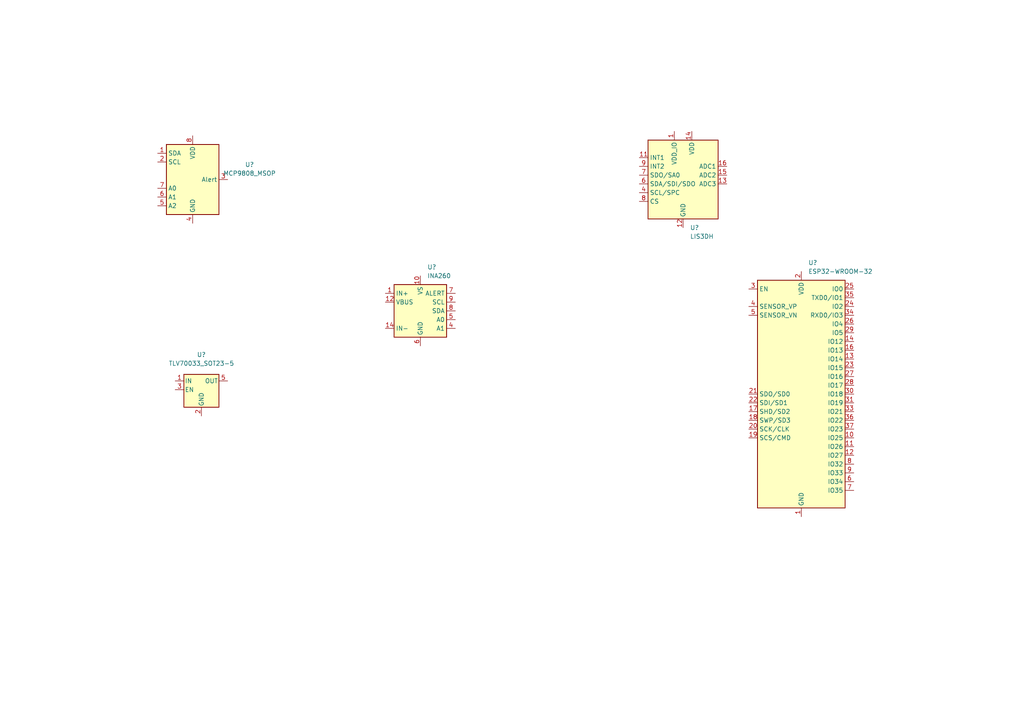
<source format=kicad_sch>
(kicad_sch (version 20211123) (generator eeschema)
  (paper "A4")
  (title_block (title "\"Add-On\" Sensor / Communication Board") (date "2022-03-13") (rev "v02") (comment 1 "2021-2022") (comment 2 "Senior Design Project") (comment 3 "UMass Electrical and Computer Engineering") (comment 4 "Author: Sam DuBois and Andres Gutierrez"))
  (lib_symbols
    (symbol "RF_Module:ESP32-WROOM-32"
      (property "Reference" "U" (at -12.7 34.29 0))
      (property "Value" "ESP32-WROOM-32" (at 1.27 34.29 0))
      (symbol "ESP32-WROOM-32_0_1"
        (rectangle (start -12.7 33.02) (end 12.7 -33.02) (stroke (width 0.254)) (fill (type background)))
      )
      (symbol "ESP32-WROOM-32_1_1"
        (pin power_in line (at 0 -35.56 90) (length 2.54) (name "GND") (number "1"))
        (pin bidirectional line (at 15.24 -12.7 180) (length 2.54) (name "IO25") (number "10"))
        (pin bidirectional line (at 15.24 -15.24 180) (length 2.54) (name "IO26") (number "11"))
        (pin bidirectional line (at 15.24 -17.78 180) (length 2.54) (name "IO27") (number "12"))
        (pin bidirectional line (at 15.24 10.16 180) (length 2.54) (name "IO14") (number "13"))
        (pin bidirectional line (at 15.24 15.24 180) (length 2.54) (name "IO12") (number "14"))
        (pin passive line (at 0 -35.56 90) (length 2.54) hide (name "GND") (number "15"))
        (pin bidirectional line (at 15.24 12.7 180) (length 2.54) (name "IO13") (number "16"))
        (pin bidirectional line (at -15.24 -5.08 0) (length 2.54) (name "SHD/SD2") (number "17"))
        (pin bidirectional line (at -15.24 -7.62 0) (length 2.54) (name "SWP/SD3") (number "18"))
        (pin bidirectional line (at -15.24 -12.7 0) (length 2.54) (name "SCS/CMD") (number "19"))
        (pin power_in line (at 0 35.56 270) (length 2.54) (name "VDD") (number "2"))
        (pin bidirectional line (at -15.24 -10.16 0) (length 2.54) (name "SCK/CLK") (number "20"))
        (pin bidirectional line (at -15.24 0 0) (length 2.54) (name "SDO/SD0") (number "21"))
        (pin bidirectional line (at -15.24 -2.54 0) (length 2.54) (name "SDI/SD1") (number "22"))
        (pin bidirectional line (at 15.24 7.62 180) (length 2.54) (name "IO15") (number "23"))
        (pin bidirectional line (at 15.24 25.4 180) (length 2.54) (name "IO2") (number "24"))
        (pin bidirectional line (at 15.24 30.48 180) (length 2.54) (name "IO0") (number "25"))
        (pin bidirectional line (at 15.24 20.32 180) (length 2.54) (name "IO4") (number "26"))
        (pin bidirectional line (at 15.24 5.08 180) (length 2.54) (name "IO16") (number "27"))
        (pin bidirectional line (at 15.24 2.54 180) (length 2.54) (name "IO17") (number "28"))
        (pin bidirectional line (at 15.24 17.78 180) (length 2.54) (name "IO5") (number "29"))
        (pin input line (at -15.24 30.48 0) (length 2.54) (name "EN") (number "3"))
        (pin bidirectional line (at 15.24 0 180) (length 2.54) (name "IO18") (number "30"))
        (pin bidirectional line (at 15.24 -2.54 180) (length 2.54) (name "IO19") (number "31"))
        (pin no_connect line (at -12.7 -27.94 0) (length 2.54) hide (name "NC") (number "32"))
        (pin bidirectional line (at 15.24 -5.08 180) (length 2.54) (name "IO21") (number "33"))
        (pin bidirectional line (at 15.24 22.86 180) (length 2.54) (name "RXD0/IO3") (number "34"))
        (pin bidirectional line (at 15.24 27.94 180) (length 2.54) (name "TXD0/IO1") (number "35"))
        (pin bidirectional line (at 15.24 -7.62 180) (length 2.54) (name "IO22") (number "36"))
        (pin bidirectional line (at 15.24 -10.16 180) (length 2.54) (name "IO23") (number "37"))
        (pin passive line (at 0 -35.56 90) (length 2.54) hide (name "GND") (number "38"))
        (pin passive line (at 0 -35.56 90) (length 2.54) hide (name "GND") (number "39"))
        (pin input line (at -15.24 25.4 0) (length 2.54) (name "SENSOR_VP") (number "4"))
        (pin input line (at -15.24 22.86 0) (length 2.54) (name "SENSOR_VN") (number "5"))
        (pin input line (at 15.24 -25.4 180) (length 2.54) (name "IO34") (number "6"))
        (pin input line (at 15.24 -27.94 180) (length 2.54) (name "IO35") (number "7"))
        (pin bidirectional line (at 15.24 -20.32 180) (length 2.54) (name "IO32") (number "8"))
        (pin bidirectional line (at 15.24 -22.86 180) (length 2.54) (name "IO33") (number "9"))
      )
    )
    (symbol "Regulator_Linear:TLV70033_SOT23-5" (pin_names (offset 0.254))
      (property "Reference" "U" (at -3.81 5.715 0))
      (property "Value" "TLV70033_SOT23-5" (at 0 5.715 0))
      (symbol "TLV70033_SOT23-5_0_1"
        (rectangle (start -5.08 4.445) (end 5.08 -5.08) (stroke (width 0.254)) (fill (type background)))
      )
      (symbol "TLV70033_SOT23-5_1_1"
        (pin power_in line (at -7.62 2.54 0) (length 2.54) (name "IN") (number "1"))
        (pin power_in line (at 0 -7.62 90) (length 2.54) (name "GND") (number "2"))
        (pin input line (at -7.62 0 0) (length 2.54) (name "EN") (number "3"))
        (pin no_connect line (at 5.08 0 180) (length 2.54) hide (name "NC") (number "4"))
        (pin power_out line (at 7.62 2.54 180) (length 2.54) (name "OUT") (number "5"))
      )
    )
    (symbol "Sensor:INA260"
      (property "Reference" "U" (at -6.35 8.89 0))
      (property "Value" "INA260" (at 2.54 8.89 0))
      (symbol "INA260_0_1"
        (rectangle (start -7.62 7.62) (end 7.62 -7.62) (stroke (width 0.254)) (fill (type background)))
      )
      (symbol "INA260_1_1"
        (pin passive line (at -10.16 5.08 0) (length 2.54) (name "IN+") (number "1"))
        (pin power_in line (at 0 10.16 270) (length 2.54) (name "VS") (number "10"))
        (pin passive line (at 0 -10.16 90) (length 2.54) hide (name "GND") (number "11"))
        (pin passive line (at -10.16 2.54 0) (length 2.54) (name "VBUS") (number "12"))
        (pin no_connect line (at 2.54 -7.62 90) (length 2.54) hide (name "NC") (number "13"))
        (pin passive line (at -10.16 -5.08 0) (length 2.54) (name "IN-") (number "14"))
        (pin passive line (at -10.16 -5.08 0) (length 2.54) hide (name "IN-") (number "15"))
        (pin passive line (at -10.16 -5.08 0) (length 2.54) hide (name "IN-") (number "16"))
        (pin passive line (at -10.16 5.08 0) (length 2.54) hide (name "IN+") (number "2"))
        (pin passive line (at -10.16 5.08 0) (length 2.54) hide (name "IN+") (number "3"))
        (pin input line (at 10.16 -5.08 180) (length 2.54) (name "A1") (number "4"))
        (pin input line (at 10.16 -2.54 180) (length 2.54) (name "A0") (number "5"))
        (pin power_in line (at 0 -10.16 90) (length 2.54) (name "GND") (number "6"))
        (pin open_collector line (at 10.16 5.08 180) (length 2.54) (name "ALERT") (number "7"))
        (pin bidirectional line (at 10.16 0 180) (length 2.54) (name "SDA") (number "8"))
        (pin input line (at 10.16 2.54 180) (length 2.54) (name "SCL") (number "9"))
      )
    )
    (symbol "Sensor_Motion:LIS3DH"
      (property "Reference" "U" (at -7.62 11.43 0))
      (property "Value" "LIS3DH" (at 6.35 11.43 0))
      (symbol "LIS3DH_0_1"
        (rectangle (start -10.16 10.16) (end 10.16 -12.7) (stroke (width 0.254)) (fill (type background)))
      )
      (symbol "LIS3DH_1_1"
        (pin power_in line (at -2.54 12.7 270) (length 2.54) (name "VDD_IO") (number "1"))
        (pin passive line (at 0 -15.24 90) (length 2.54) hide (name "GND") (number "10"))
        (pin output line (at -12.7 5.08 0) (length 2.54) (name "INT1") (number "11"))
        (pin power_in line (at 0 -15.24 90) (length 2.54) (name "GND") (number "12"))
        (pin input line (at 12.7 -2.54 180) (length 2.54) (name "ADC3") (number "13"))
        (pin power_in line (at 2.54 12.7 270) (length 2.54) (name "VDD") (number "14"))
        (pin input line (at 12.7 0 180) (length 2.54) (name "ADC2") (number "15"))
        (pin input line (at 12.7 2.54 180) (length 2.54) (name "ADC1") (number "16"))
        (pin no_connect line (at 10.16 5.08 180) (length 2.54) hide (name "NC") (number "2"))
        (pin no_connect line (at 10.16 7.62 180) (length 2.54) hide (name "NC") (number "3"))
        (pin input line (at -12.7 -5.08 0) (length 2.54) (name "SCL/SPC") (number "4"))
        (pin passive line (at 0 -15.24 90) (length 2.54) hide (name "GND") (number "5"))
        (pin bidirectional line (at -12.7 -2.54 0) (length 2.54) (name "SDA/SDI/SDO") (number "6"))
        (pin bidirectional line (at -12.7 0 0) (length 2.54) (name "SDO/SA0") (number "7"))
        (pin input line (at -12.7 -7.62 0) (length 2.54) (name "CS") (number "8"))
        (pin output line (at -12.7 2.54 0) (length 2.54) (name "INT2") (number "9"))
      )
    )
    (symbol "Sensor_Temperature:MCP9808_MSOP"
      (property "Reference" "U" (at -6.35 11.43 0))
      (property "Value" "MCP9808_MSOP" (at 10.16 11.43 0))
      (symbol "MCP9808_MSOP_0_1"
        (rectangle (start -7.62 10.16) (end 7.62 -10.16) (stroke (width 0.254)) (fill (type background)))
      )
      (symbol "MCP9808_MSOP_1_1"
        (pin bidirectional line (at -10.16 7.62 0) (length 2.54) (name "SDA") (number "1"))
        (pin input line (at -10.16 5.08 0) (length 2.54) (name "SCL") (number "2"))
        (pin output line (at 10.16 0 180) (length 2.54) (name "Alert") (number "3"))
        (pin power_in line (at 0 -12.7 90) (length 2.54) (name "GND") (number "4"))
        (pin input line (at -10.16 -7.62 0) (length 2.54) (name "A2") (number "5"))
        (pin input line (at -10.16 -5.08 0) (length 2.54) (name "A1") (number "6"))
        (pin input line (at -10.16 -2.54 0) (length 2.54) (name "A0") (number "7"))
        (pin power_in line (at 0 12.7 270) (length 2.54) (name "VDD") (number "8"))
      )
    )
  )
  (symbol (lib_id "Sensor_Temperature:MCP9808_MSOP") (at 55.88 52.07 0) (unit 1)
    (property "Reference" "U?" (at 72.39 47.7393 0))
    (property "Value" "MCP9808_MSOP" (at 72.39 50.2793 0))
    (property "Footprint" "Package_SO:MSOP-8_3x3mm_P0.65mm" (effects hide))
    (property "Datasheet" "http://ww1.microchip.com/downloads/en/DeviceDoc/22203b.pdf" (effects hide))
  )
  (symbol (lib_id "Regulator_Linear:TLV70033_SOT23-5") (at 58.42 113.03 0) (unit 1)
    (property "Reference" "U?" (at 58.42 102.87 0))
    (property "Value" "TLV70033_SOT23-5" (at 58.42 105.41 0))
    (property "Footprint" "Package_TO_SOT_SMD:SOT-23-5" (effects hide))
    (property "Datasheet" "http://www.ti.com/lit/ds/symlink/tlv700.pdf" (effects hide))
  )
  (symbol (lib_id "Sensor_Motion:LIS3DH") (at 198.12 50.8 0) (unit 1)
    (property "Reference" "U?" (at 200.1394 66.04 0) (effects (justify left)))
    (property "Value" "LIS3DH" (at 200.1394 68.58 0) (effects (justify left)))
    (property "Footprint" "Package_LGA:LGA-16_3x3mm_P0.5mm_LayoutBorder3x5y" (effects hide))
    (property "Datasheet" "https://www.st.com/resource/en/datasheet/cd00274221.pdf" (effects hide))
  )
  (symbol (lib_id "RF_Module:ESP32-WROOM-32") (at 232.41 114.3 0) (unit 1)
    (property "Reference" "U?" (at 234.4294 76.2 0) (effects (justify left)))
    (property "Value" "ESP32-WROOM-32" (at 234.4294 78.74 0) (effects (justify left)))
    (property "Footprint" "RF_Module:ESP32-WROOM-32" (effects hide))
    (property "Datasheet" "https://www.espressif.com/sites/default/files/documentation/esp32-wroom-32_datasheet_en.pdf" (effects hide))
  )
  (symbol (lib_id "Sensor:INA260") (at 121.92 90.17 0) (unit 1)
    (property "Reference" "U?" (at 123.9394 77.47 0) (effects (justify left)))
    (property "Value" "INA260" (at 123.9394 80.01 0) (effects (justify left)))
    (property "Footprint" "Package_SO:TSSOP-16_4.4x5mm_P0.65mm" (effects hide))
    (property "Datasheet" "http://www.ti.com/lit/ds/symlink/ina260.pdf" (effects hide))
  )
)
</source>
